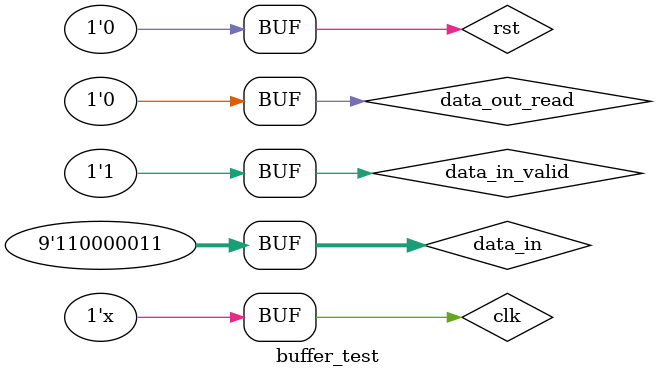
<source format=v>
`timescale 1ns / 1ps


module buffer_test;

	// Inputs
	reg [8:0] data_in;
	reg data_in_valid;
	reg data_out_read;
	reg rst;
	reg clk;

	// Outputs
	wire [8:0] data_out;
	wire data_out_valid;
	wire data_in_ack;

	// Instantiate the Unit Under Test (UUT)
	Buffer uut (
		.data_in(data_in), 
		.data_in_valid(data_in_valid),
		.data_in_ack(data_in_ack),
		.data_out(data_out), 
		.data_out_valid(data_out_valid), 
		.data_out_read(data_out_read), 
		.rst(rst), 
		.clk(clk)
	);

	initial begin
		// Initialize Inputs
		data_in = 0;
		data_in_valid = 0;
		data_out_read = 0;
		rst = 0;
		clk = 0;

		// Wait 100 ns for global reset to finish
		#6;
		// Add stimulus here
		
		#2 rst = 1;
		#2 rst = 0;
		#2
		
		data_in_valid = 1;
		data_in = 9'b111111111;
		
		#2
		data_in = 9'b000001111;
		#2
		//data_in_valid = 0;
		data_in = 9'b000000011;
		#2
		data_out_read = 1;
		data_in = 9'b110000011;
		#2
		data_out_read = 0;
		
		
		
		
		

	end
	
	always #1 clk = ~clk;
      
endmodule


</source>
